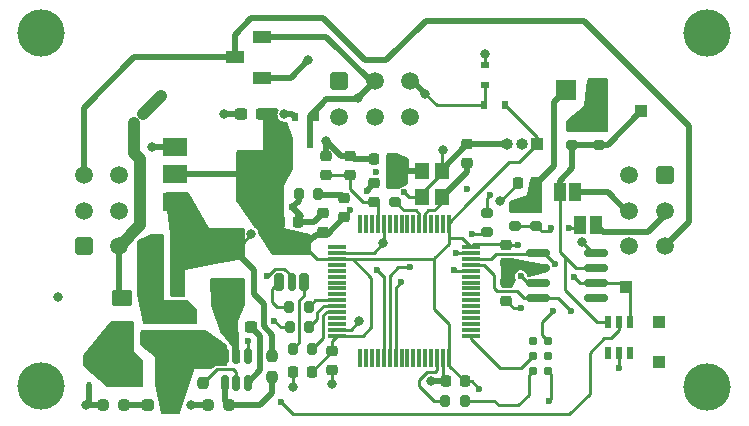
<source format=gtl>
%TF.GenerationSoftware,KiCad,Pcbnew,(6.0.0)*%
%TF.CreationDate,2022-12-31T23:54:09-06:00*%
%TF.ProjectId,WheelspeedController,57686565-6c73-4706-9565-64436f6e7472,rev?*%
%TF.SameCoordinates,Original*%
%TF.FileFunction,Copper,L1,Top*%
%TF.FilePolarity,Positive*%
%FSLAX46Y46*%
G04 Gerber Fmt 4.6, Leading zero omitted, Abs format (unit mm)*
G04 Created by KiCad (PCBNEW (6.0.0)) date 2022-12-31 23:54:09*
%MOMM*%
%LPD*%
G01*
G04 APERTURE LIST*
G04 Aperture macros list*
%AMRoundRect*
0 Rectangle with rounded corners*
0 $1 Rounding radius*
0 $2 $3 $4 $5 $6 $7 $8 $9 X,Y pos of 4 corners*
0 Add a 4 corners polygon primitive as box body*
4,1,4,$2,$3,$4,$5,$6,$7,$8,$9,$2,$3,0*
0 Add four circle primitives for the rounded corners*
1,1,$1+$1,$2,$3*
1,1,$1+$1,$4,$5*
1,1,$1+$1,$6,$7*
1,1,$1+$1,$8,$9*
0 Add four rect primitives between the rounded corners*
20,1,$1+$1,$2,$3,$4,$5,0*
20,1,$1+$1,$4,$5,$6,$7,0*
20,1,$1+$1,$6,$7,$8,$9,0*
20,1,$1+$1,$8,$9,$2,$3,0*%
G04 Aperture macros list end*
%TA.AperFunction,ComponentPad*%
%ADD10C,1.500000*%
%TD*%
%TA.AperFunction,ComponentPad*%
%ADD11RoundRect,0.250001X-0.499999X-0.499999X0.499999X-0.499999X0.499999X0.499999X-0.499999X0.499999X0*%
%TD*%
%TA.AperFunction,SMDPad,CuDef*%
%ADD12R,2.000000X1.500000*%
%TD*%
%TA.AperFunction,SMDPad,CuDef*%
%ADD13R,2.000000X3.800000*%
%TD*%
%TA.AperFunction,ComponentPad*%
%ADD14R,1.000000X1.000000*%
%TD*%
%TA.AperFunction,SMDPad,CuDef*%
%ADD15RoundRect,0.237500X-0.300000X-0.237500X0.300000X-0.237500X0.300000X0.237500X-0.300000X0.237500X0*%
%TD*%
%TA.AperFunction,SMDPad,CuDef*%
%ADD16RoundRect,0.200000X-0.275000X0.200000X-0.275000X-0.200000X0.275000X-0.200000X0.275000X0.200000X0*%
%TD*%
%TA.AperFunction,ComponentPad*%
%ADD17R,1.700000X1.700000*%
%TD*%
%TA.AperFunction,ComponentPad*%
%ADD18O,1.700000X1.700000*%
%TD*%
%TA.AperFunction,SMDPad,CuDef*%
%ADD19RoundRect,0.237500X-0.250000X-0.237500X0.250000X-0.237500X0.250000X0.237500X-0.250000X0.237500X0*%
%TD*%
%TA.AperFunction,ComponentPad*%
%ADD20C,4.000000*%
%TD*%
%TA.AperFunction,SMDPad,CuDef*%
%ADD21RoundRect,0.237500X0.237500X-0.300000X0.237500X0.300000X-0.237500X0.300000X-0.237500X-0.300000X0*%
%TD*%
%TA.AperFunction,SMDPad,CuDef*%
%ADD22RoundRect,0.225000X-0.250000X0.225000X-0.250000X-0.225000X0.250000X-0.225000X0.250000X0.225000X0*%
%TD*%
%TA.AperFunction,SMDPad,CuDef*%
%ADD23RoundRect,0.237500X0.237500X-0.250000X0.237500X0.250000X-0.237500X0.250000X-0.237500X-0.250000X0*%
%TD*%
%TA.AperFunction,SMDPad,CuDef*%
%ADD24RoundRect,0.200000X-0.200000X-0.275000X0.200000X-0.275000X0.200000X0.275000X-0.200000X0.275000X0*%
%TD*%
%TA.AperFunction,SMDPad,CuDef*%
%ADD25RoundRect,0.237500X-0.287500X-0.237500X0.287500X-0.237500X0.287500X0.237500X-0.287500X0.237500X0*%
%TD*%
%TA.AperFunction,SMDPad,CuDef*%
%ADD26R,2.500000X1.900000*%
%TD*%
%TA.AperFunction,SMDPad,CuDef*%
%ADD27RoundRect,0.250001X0.624999X-0.462499X0.624999X0.462499X-0.624999X0.462499X-0.624999X-0.462499X0*%
%TD*%
%TA.AperFunction,SMDPad,CuDef*%
%ADD28RoundRect,0.200000X0.275000X-0.200000X0.275000X0.200000X-0.275000X0.200000X-0.275000X-0.200000X0*%
%TD*%
%TA.AperFunction,SMDPad,CuDef*%
%ADD29RoundRect,0.200000X0.200000X0.275000X-0.200000X0.275000X-0.200000X-0.275000X0.200000X-0.275000X0*%
%TD*%
%TA.AperFunction,SMDPad,CuDef*%
%ADD30R,1.000000X1.500000*%
%TD*%
%TA.AperFunction,SMDPad,CuDef*%
%ADD31RoundRect,0.237500X0.250000X0.237500X-0.250000X0.237500X-0.250000X-0.237500X0.250000X-0.237500X0*%
%TD*%
%TA.AperFunction,SMDPad,CuDef*%
%ADD32RoundRect,0.237500X-0.237500X0.250000X-0.237500X-0.250000X0.237500X-0.250000X0.237500X0.250000X0*%
%TD*%
%TA.AperFunction,SMDPad,CuDef*%
%ADD33RoundRect,0.225000X0.250000X-0.225000X0.250000X0.225000X-0.250000X0.225000X-0.250000X-0.225000X0*%
%TD*%
%TA.AperFunction,SMDPad,CuDef*%
%ADD34R,0.600000X0.800000*%
%TD*%
%TA.AperFunction,SMDPad,CuDef*%
%ADD35R,0.550000X1.050000*%
%TD*%
%TA.AperFunction,SMDPad,CuDef*%
%ADD36RoundRect,0.150000X-0.150000X0.512500X-0.150000X-0.512500X0.150000X-0.512500X0.150000X0.512500X0*%
%TD*%
%TA.AperFunction,SMDPad,CuDef*%
%ADD37RoundRect,0.160000X-0.240000X0.565000X-0.240000X-0.565000X0.240000X-0.565000X0.240000X0.565000X0*%
%TD*%
%TA.AperFunction,SMDPad,CuDef*%
%ADD38RoundRect,0.120000X-0.180000X0.605000X-0.180000X-0.605000X0.180000X-0.605000X0.180000X0.605000X0*%
%TD*%
%TA.AperFunction,SMDPad,CuDef*%
%ADD39RoundRect,0.237500X0.300000X0.237500X-0.300000X0.237500X-0.300000X-0.237500X0.300000X-0.237500X0*%
%TD*%
%TA.AperFunction,SMDPad,CuDef*%
%ADD40RoundRect,0.225000X-0.225000X-0.250000X0.225000X-0.250000X0.225000X0.250000X-0.225000X0.250000X0*%
%TD*%
%TA.AperFunction,ComponentPad*%
%ADD41O,1.000000X1.000000*%
%TD*%
%TA.AperFunction,ComponentPad*%
%ADD42RoundRect,0.250001X0.499999X-0.499999X0.499999X0.499999X-0.499999X0.499999X-0.499999X-0.499999X0*%
%TD*%
%TA.AperFunction,ComponentPad*%
%ADD43RoundRect,0.250001X-0.499999X0.499999X-0.499999X-0.499999X0.499999X-0.499999X0.499999X0.499999X0*%
%TD*%
%TA.AperFunction,SMDPad,CuDef*%
%ADD44RoundRect,0.218750X-0.256250X0.218750X-0.256250X-0.218750X0.256250X-0.218750X0.256250X0.218750X0*%
%TD*%
%TA.AperFunction,SMDPad,CuDef*%
%ADD45RoundRect,0.075000X-0.075000X0.700000X-0.075000X-0.700000X0.075000X-0.700000X0.075000X0.700000X0*%
%TD*%
%TA.AperFunction,SMDPad,CuDef*%
%ADD46RoundRect,0.075000X-0.700000X0.075000X-0.700000X-0.075000X0.700000X-0.075000X0.700000X0.075000X0*%
%TD*%
%TA.AperFunction,SMDPad,CuDef*%
%ADD47R,1.200000X1.400000*%
%TD*%
%TA.AperFunction,SMDPad,CuDef*%
%ADD48RoundRect,0.225000X0.225000X0.250000X-0.225000X0.250000X-0.225000X-0.250000X0.225000X-0.250000X0*%
%TD*%
%TA.AperFunction,SMDPad,CuDef*%
%ADD49RoundRect,0.150000X-0.825000X-0.150000X0.825000X-0.150000X0.825000X0.150000X-0.825000X0.150000X0*%
%TD*%
%TA.AperFunction,SMDPad,CuDef*%
%ADD50R,1.600000X1.000000*%
%TD*%
%TA.AperFunction,SMDPad,CuDef*%
%ADD51R,0.800000X0.600000*%
%TD*%
%TA.AperFunction,SMDPad,CuDef*%
%ADD52R,2.500000X1.800000*%
%TD*%
%TA.AperFunction,SMDPad,CuDef*%
%ADD53R,0.450000X0.600000*%
%TD*%
%TA.AperFunction,ConnectorPad*%
%ADD54C,0.787400*%
%TD*%
%TA.AperFunction,ViaPad*%
%ADD55C,0.800000*%
%TD*%
%TA.AperFunction,ViaPad*%
%ADD56C,0.600000*%
%TD*%
%TA.AperFunction,Conductor*%
%ADD57C,0.500000*%
%TD*%
%TA.AperFunction,Conductor*%
%ADD58C,1.000000*%
%TD*%
%TA.AperFunction,Conductor*%
%ADD59C,0.250000*%
%TD*%
G04 APERTURE END LIST*
D10*
%TO.P,J2,6,Pin_6*%
%TO.N,/Extra1*%
X93180000Y-79710000D03*
%TO.P,J2,5,Pin_5*%
%TO.N,+5V*%
X90180000Y-79710000D03*
%TO.P,J2,4,Pin_4*%
%TO.N,+24V*%
X87180000Y-79710000D03*
%TO.P,J2,3,Pin_3*%
%TO.N,/WheelIn1*%
X93180000Y-76710000D03*
%TO.P,J2,2,Pin_2*%
%TO.N,/WheelIn2*%
X90180000Y-76710000D03*
D11*
%TO.P,J2,1,Pin_1*%
%TO.N,GND*%
X87180000Y-76710000D03*
%TD*%
D12*
%TO.P,U2,1,GND*%
%TO.N,GND*%
X73304000Y-82282000D03*
%TO.P,U2,2,VO*%
%TO.N,+3V3*%
X73304000Y-84582000D03*
D13*
X79604000Y-84582000D03*
D12*
%TO.P,U2,3,VI*%
%TO.N,+5V*%
X73304000Y-86882000D03*
%TD*%
D14*
%TO.P,TP11,1,1*%
%TO.N,Net-(D9-Pad4)*%
X111506000Y-94132400D03*
%TD*%
D15*
%TO.P,C4,1*%
%TO.N,/VRM/BUCK/SW*%
X78031000Y-97536000D03*
%TO.P,C4,2*%
%TO.N,/VRM/BUCK/VBST*%
X79756000Y-97536000D03*
%TD*%
D16*
%TO.P,R22,1*%
%TO.N,Net-(R22-Pad1)*%
X99669600Y-87821000D03*
%TO.P,R22,2*%
%TO.N,/MCU/BOOT0*%
X99669600Y-89471000D03*
%TD*%
D17*
%TO.P,J4,1,Pin_1*%
%TO.N,Net-(C19-Pad2)*%
X106421000Y-77470000D03*
D18*
%TO.P,J4,2,Pin_2*%
%TO.N,Net-(J4-Pad2)*%
X108961000Y-77470000D03*
%TD*%
D19*
%TO.P,R4,1*%
%TO.N,GND*%
X67159500Y-104140000D03*
%TO.P,R4,2*%
%TO.N,Net-(D7-Pad1)*%
X68984500Y-104140000D03*
%TD*%
D20*
%TO.P,TP4,1,1*%
%TO.N,GND*%
X61976000Y-102463600D03*
%TD*%
D21*
%TO.P,C1,1*%
%TO.N,/VRM/BUCK/V_in*%
X74676000Y-98398500D03*
%TO.P,C1,2*%
%TO.N,GND*%
X74676000Y-96673500D03*
%TD*%
D22*
%TO.P,C12,1*%
%TO.N,+3V3*%
X86614000Y-99555000D03*
%TO.P,C12,2*%
%TO.N,GND*%
X86614000Y-101105000D03*
%TD*%
D23*
%TO.P,R3,1*%
%TO.N,/VRM/BUCK/VFB*%
X81534000Y-101750500D03*
%TO.P,R3,2*%
%TO.N,+5V*%
X81534000Y-99925500D03*
%TD*%
D24*
%TO.P,R11,1*%
%TO.N,Net-(D10-Pad5)*%
X82995000Y-97536000D03*
%TO.P,R11,2*%
%TO.N,/MCU/LED_G*%
X84645000Y-97536000D03*
%TD*%
D25*
%TO.P,D7,1,K*%
%TO.N,Net-(D7-Pad1)*%
X71007000Y-104140000D03*
%TO.P,D7,2,A*%
%TO.N,/VRM/BUCK/V_in*%
X72757000Y-104140000D03*
%TD*%
D26*
%TO.P,L1,1,1*%
%TO.N,/VRM/BUCK/SW*%
X77724000Y-94506000D03*
%TO.P,L1,2,2*%
%TO.N,+5V*%
X77724000Y-90406000D03*
%TD*%
D27*
%TO.P,F1,1*%
%TO.N,/VRM/DIODE*%
X68834000Y-98007500D03*
%TO.P,F1,2*%
%TO.N,+24V*%
X68834000Y-95032500D03*
%TD*%
D24*
%TO.P,R10,1*%
%TO.N,Net-(D10-Pad6)*%
X83249000Y-99364800D03*
%TO.P,R10,2*%
%TO.N,/MCU/LED_B*%
X84899000Y-99364800D03*
%TD*%
D20*
%TO.P,TP1,1,1*%
%TO.N,GND*%
X61976000Y-72644000D03*
%TD*%
%TO.P,TP2,1,1*%
%TO.N,GND*%
X118364000Y-102616000D03*
%TD*%
D21*
%TO.P,C3,1*%
%TO.N,/VRM/BUCK/V_in*%
X72898000Y-98298000D03*
%TO.P,C3,2*%
%TO.N,GND*%
X72898000Y-96573000D03*
%TD*%
D28*
%TO.P,R19,1*%
%TO.N,Net-(D9-Pad6)*%
X106934000Y-82105000D03*
%TO.P,R19,2*%
%TO.N,Net-(J4-Pad2)*%
X106934000Y-80455000D03*
%TD*%
%TO.P,R17,1*%
%TO.N,Net-(D9-Pad6)*%
X109220000Y-82105000D03*
%TO.P,R17,2*%
%TO.N,Net-(J4-Pad2)*%
X109220000Y-80455000D03*
%TD*%
D14*
%TO.P,TP9,1,1*%
%TO.N,Net-(D9-Pad6)*%
X112776000Y-79248000D03*
%TD*%
D21*
%TO.P,C2,1*%
%TO.N,/VRM/BUCK/V_in*%
X71120000Y-98398500D03*
%TO.P,C2,2*%
%TO.N,GND*%
X71120000Y-96673500D03*
%TD*%
D14*
%TO.P,TP5,1,1*%
%TO.N,/MCU/CAN1_TX*%
X114249200Y-97078800D03*
%TD*%
D29*
%TO.P,R23,1*%
%TO.N,Net-(J6-Pad2)*%
X97802200Y-103784400D03*
%TO.P,R23,2*%
%TO.N,/MCU/SWDIO*%
X96152200Y-103784400D03*
%TD*%
D24*
%TO.P,R12,1*%
%TO.N,Net-(D10-Pad4)*%
X82944200Y-95808800D03*
%TO.P,R12,2*%
%TO.N,/MCU/LED_R*%
X84594200Y-95808800D03*
%TD*%
D30*
%TO.P,JP1,1,A*%
%TO.N,Net-(D9-Pad6)*%
X105888000Y-86106000D03*
%TO.P,JP1,2,B*%
%TO.N,/CAN+*%
X107188000Y-86106000D03*
%TD*%
D31*
%TO.P,R2,1*%
%TO.N,/VRM/BUCK/VFB*%
X77874500Y-104140000D03*
%TO.P,R2,2*%
%TO.N,GND*%
X76049500Y-104140000D03*
%TD*%
D32*
%TO.P,R1,1*%
%TO.N,/VRM/BUCK/V_in*%
X75692000Y-100433500D03*
%TO.P,R1,2*%
%TO.N,/VRM/BUCK/EN*%
X75692000Y-102258500D03*
%TD*%
D33*
%TO.P,C16,1*%
%TO.N,+3.3VA*%
X88138000Y-84595000D03*
%TO.P,C16,2*%
%TO.N,GND*%
X88138000Y-83045000D03*
%TD*%
D30*
%TO.P,JP2,1,A*%
%TO.N,Net-(D9-Pad4)*%
X107604800Y-88849200D03*
%TO.P,JP2,2,B*%
%TO.N,/CAN-*%
X108904800Y-88849200D03*
%TD*%
D34*
%TO.P,D3,1*%
%TO.N,+3V3*%
X101180000Y-78740000D03*
%TO.P,D3,2*%
%TO.N,/WheelIn1*%
X99480000Y-78740000D03*
%TD*%
D35*
%TO.P,D9,1,I/O1*%
%TO.N,Net-(D9-Pad1)*%
X109946400Y-99699600D03*
%TO.P,D9,2,VSS*%
%TO.N,GND*%
X110896400Y-99699600D03*
%TO.P,D9,3,I/O2*%
%TO.N,Net-(D9-Pad3)*%
X111846400Y-99699600D03*
%TO.P,D9,4,I/O3*%
%TO.N,Net-(D9-Pad4)*%
X111846400Y-97099600D03*
%TO.P,D9,5,VCC*%
%TO.N,+5V*%
X110896400Y-97099600D03*
%TO.P,D9,6,I/O4*%
%TO.N,Net-(D9-Pad6)*%
X109946400Y-97099600D03*
%TD*%
D16*
%TO.P,R13,1*%
%TO.N,Net-(C19-Pad2)*%
X102108000Y-87313000D03*
%TO.P,R13,2*%
%TO.N,Net-(D9-Pad4)*%
X102108000Y-88963000D03*
%TD*%
D36*
%TO.P,U1,1,GND*%
%TO.N,GND*%
X79436000Y-99954500D03*
%TO.P,U1,2,SW*%
%TO.N,/VRM/BUCK/SW*%
X78486000Y-99954500D03*
%TO.P,U1,3,VIN*%
%TO.N,/VRM/BUCK/V_in*%
X77536000Y-99954500D03*
%TO.P,U1,4,VFB*%
%TO.N,/VRM/BUCK/VFB*%
X77536000Y-102229500D03*
%TO.P,U1,5,EN*%
%TO.N,/VRM/BUCK/EN*%
X78486000Y-102229500D03*
%TO.P,U1,6,VBST*%
%TO.N,/VRM/BUCK/VBST*%
X79436000Y-102229500D03*
%TD*%
D37*
%TO.P,D10,1,BA*%
%TO.N,+3V3*%
X84225000Y-90682000D03*
D38*
%TO.P,D10,2,RA*%
X83175000Y-90682000D03*
D37*
%TO.P,D10,3,GA*%
X82125000Y-90682000D03*
%TO.P,D10,4,GK*%
%TO.N,Net-(D10-Pad4)*%
X82125000Y-93732000D03*
D38*
%TO.P,D10,5,RK*%
%TO.N,Net-(D10-Pad5)*%
X83175000Y-93732000D03*
D37*
%TO.P,D10,6,BK*%
%TO.N,Net-(D10-Pad6)*%
X84225000Y-93732000D03*
%TD*%
D28*
%TO.P,R21,1*%
%TO.N,/MCU/HSE_out*%
X91948000Y-86936000D03*
%TO.P,R21,2*%
%TO.N,Net-(C22-Pad1)*%
X91948000Y-85286000D03*
%TD*%
D39*
%TO.P,C5,1*%
%TO.N,+5V*%
X73506500Y-92456000D03*
%TO.P,C5,2*%
%TO.N,GND*%
X71781500Y-92456000D03*
%TD*%
D40*
%TO.P,C11,1*%
%TO.N,+3V3*%
X82146000Y-88651000D03*
%TO.P,C11,2*%
%TO.N,GND*%
X83696000Y-88651000D03*
%TD*%
%TO.P,C19,1*%
%TO.N,GND*%
X102349000Y-85344000D03*
%TO.P,C19,2*%
%TO.N,Net-(C19-Pad2)*%
X103899000Y-85344000D03*
%TD*%
D14*
%TO.P,SW2,1,A*%
%TO.N,+3V3*%
X103891000Y-82042000D03*
D41*
%TO.P,SW2,2,B*%
%TO.N,Net-(R22-Pad1)*%
X102621000Y-82042000D03*
%TO.P,SW2,3,C*%
%TO.N,GND*%
X101351000Y-82042000D03*
%TD*%
D39*
%TO.P,C8,1*%
%TO.N,+3V3*%
X80618500Y-79502000D03*
%TO.P,C8,2*%
%TO.N,GND*%
X78893500Y-79502000D03*
%TD*%
D10*
%TO.P,J1,6,Pin_6*%
%TO.N,/SHIELD*%
X68577000Y-84654000D03*
%TO.P,J1,5,Pin_5*%
%TO.N,/CAN+*%
X68577000Y-87654000D03*
%TO.P,J1,4,Pin_4*%
%TO.N,+24V*%
X68577000Y-90654000D03*
%TO.P,J1,3,Pin_3*%
%TO.N,/PassThru*%
X65577000Y-84654000D03*
%TO.P,J1,2,Pin_2*%
%TO.N,/CAN-*%
X65577000Y-87654000D03*
D42*
%TO.P,J1,1,Pin_1*%
%TO.N,GND*%
X65577000Y-90654000D03*
%TD*%
D14*
%TO.P,TP7,1,1*%
%TO.N,/MCU/CAN1_RX*%
X114249200Y-100507800D03*
%TD*%
D33*
%TO.P,C15,1*%
%TO.N,+3.3VA*%
X86106000Y-84595000D03*
%TO.P,C15,2*%
%TO.N,GND*%
X86106000Y-83045000D03*
%TD*%
D10*
%TO.P,J3,6,Pin_6*%
%TO.N,/SHIELD*%
X111763000Y-90664000D03*
%TO.P,J3,5,Pin_5*%
%TO.N,/CAN+*%
X111763000Y-87664000D03*
%TO.P,J3,4,Pin_4*%
%TO.N,+24V*%
X111763000Y-84664000D03*
%TO.P,J3,3,Pin_3*%
%TO.N,/PassThru*%
X114763000Y-90664000D03*
%TO.P,J3,2,Pin_2*%
%TO.N,/CAN-*%
X114763000Y-87664000D03*
D43*
%TO.P,J3,1,Pin_1*%
%TO.N,GND*%
X114763000Y-84664000D03*
%TD*%
D44*
%TO.P,L2,1*%
%TO.N,+3V3*%
X90170000Y-85323500D03*
%TO.P,L2,2*%
%TO.N,+3.3VA*%
X90170000Y-86898500D03*
%TD*%
D33*
%TO.P,C17,1*%
%TO.N,+3V3*%
X101346000Y-95263000D03*
%TO.P,C17,2*%
%TO.N,GND*%
X101346000Y-93713000D03*
%TD*%
D22*
%TO.P,C9,1*%
%TO.N,+3V3*%
X101346000Y-90563400D03*
%TO.P,C9,2*%
%TO.N,GND*%
X101346000Y-92113400D03*
%TD*%
D29*
%TO.P,R9,1*%
%TO.N,Net-(D8-Pad1)*%
X85407000Y-86233000D03*
%TO.P,R9,2*%
%TO.N,GND*%
X83757000Y-86233000D03*
%TD*%
D33*
%TO.P,C10,1*%
%TO.N,+3V3*%
X85852000Y-89421000D03*
%TO.P,C10,2*%
%TO.N,GND*%
X85852000Y-87871000D03*
%TD*%
%TO.P,C21,1*%
%TO.N,/MCU/HSE_in*%
X98044000Y-83579000D03*
%TO.P,C21,2*%
%TO.N,GND*%
X98044000Y-82029000D03*
%TD*%
D20*
%TO.P,TP3,1,1*%
%TO.N,GND*%
X118364000Y-72644000D03*
%TD*%
D16*
%TO.P,R15,1*%
%TO.N,Net-(C19-Pad2)*%
X103886000Y-87313000D03*
%TO.P,R15,2*%
%TO.N,Net-(D9-Pad4)*%
X103886000Y-88963000D03*
%TD*%
D45*
%TO.P,U3,1,VBAT*%
%TO.N,+3V3*%
X96460000Y-88818000D03*
%TO.P,U3,2,PC13*%
%TO.N,/MCU/PC13*%
X95960000Y-88818000D03*
%TO.P,U3,3,PC14*%
%TO.N,/MCU/PC14*%
X95460000Y-88818000D03*
%TO.P,U3,4,PC15*%
%TO.N,/MCU/PC15*%
X94960000Y-88818000D03*
%TO.P,U3,5,PD0*%
%TO.N,/MCU/HSE_in*%
X94460000Y-88818000D03*
%TO.P,U3,6,PD1*%
%TO.N,/MCU/HSE_out*%
X93960000Y-88818000D03*
%TO.P,U3,7,NRST*%
%TO.N,unconnected-(U3-Pad7)*%
X93460000Y-88818000D03*
%TO.P,U3,8,PC0*%
%TO.N,/MCU/PC0*%
X92960000Y-88818000D03*
%TO.P,U3,9,PC1*%
%TO.N,/MCU/PC1*%
X92460000Y-88818000D03*
%TO.P,U3,10,PC2*%
%TO.N,/MCU/PC2*%
X91960000Y-88818000D03*
%TO.P,U3,11,PC3*%
%TO.N,/MCU/PC3*%
X91460000Y-88818000D03*
%TO.P,U3,12,VSSA*%
%TO.N,GND*%
X90960000Y-88818000D03*
%TO.P,U3,13,VDDA*%
%TO.N,+3.3VA*%
X90460000Y-88818000D03*
%TO.P,U3,14,PA0*%
%TO.N,/MCU/PB0*%
X89960000Y-88818000D03*
%TO.P,U3,15,PA1*%
%TO.N,/MCU/PB1*%
X89460000Y-88818000D03*
%TO.P,U3,16,PA2*%
%TO.N,/MCU/PB2*%
X88960000Y-88818000D03*
D46*
%TO.P,U3,17,PA3*%
%TO.N,/MCU/PA3*%
X87035000Y-90743000D03*
%TO.P,U3,18,VSS*%
%TO.N,GND*%
X87035000Y-91243000D03*
%TO.P,U3,19,VDD*%
%TO.N,+3V3*%
X87035000Y-91743000D03*
%TO.P,U3,20,PA4*%
%TO.N,/MCU/PA4*%
X87035000Y-92243000D03*
%TO.P,U3,21,PA5*%
%TO.N,/MCU/SPI1_SCK*%
X87035000Y-92743000D03*
%TO.P,U3,22,PA6*%
%TO.N,/MCU/SPI1_MISO*%
X87035000Y-93243000D03*
%TO.P,U3,23,PA7*%
%TO.N,/MCU/SPI1_MOSI*%
X87035000Y-93743000D03*
%TO.P,U3,24,PC4*%
%TO.N,/MCU/PC4*%
X87035000Y-94243000D03*
%TO.P,U3,25,PC5*%
%TO.N,/MCU/PC5*%
X87035000Y-94743000D03*
%TO.P,U3,26,PB0*%
%TO.N,/MCU/LED_R*%
X87035000Y-95243000D03*
%TO.P,U3,27,PB1*%
%TO.N,/MCU/LED_G*%
X87035000Y-95743000D03*
%TO.P,U3,28,PB2*%
%TO.N,/MCU/LED_B*%
X87035000Y-96243000D03*
%TO.P,U3,29,PB10*%
%TO.N,/MCU/I2C2_SCL*%
X87035000Y-96743000D03*
%TO.P,U3,30,PB11*%
%TO.N,/MCU/I2C2_SDA*%
X87035000Y-97243000D03*
%TO.P,U3,31,VSS*%
%TO.N,GND*%
X87035000Y-97743000D03*
%TO.P,U3,32,VDD*%
%TO.N,+3V3*%
X87035000Y-98243000D03*
D45*
%TO.P,U3,33,PB12*%
%TO.N,/MCU/CAN2_RX*%
X88960000Y-100168000D03*
%TO.P,U3,34,PB13*%
%TO.N,/MCU/CAN2_TX*%
X89460000Y-100168000D03*
%TO.P,U3,35,PB14*%
%TO.N,/MCU/PB14*%
X89960000Y-100168000D03*
%TO.P,U3,36,PB15*%
%TO.N,/MCU/PB15*%
X90460000Y-100168000D03*
%TO.P,U3,37,PC6*%
%TO.N,/WheelIn2*%
X90960000Y-100168000D03*
%TO.P,U3,38,PC7*%
%TO.N,/WheelIn1*%
X91460000Y-100168000D03*
%TO.P,U3,39,PC8*%
%TO.N,/Extra1*%
X91960000Y-100168000D03*
%TO.P,U3,40,PC9*%
%TO.N,/MCU/PC9*%
X92460000Y-100168000D03*
%TO.P,U3,41,PA8*%
%TO.N,/MCU/PA8*%
X92960000Y-100168000D03*
%TO.P,U3,42,PA9*%
%TO.N,/MCU/PA9*%
X93460000Y-100168000D03*
%TO.P,U3,43,PA10*%
%TO.N,/MCU/PA10*%
X93960000Y-100168000D03*
%TO.P,U3,44,PA11*%
%TO.N,/MCU/USB_D-*%
X94460000Y-100168000D03*
%TO.P,U3,45,PA12*%
%TO.N,/MCU/USB_D+*%
X94960000Y-100168000D03*
%TO.P,U3,46,PA13*%
%TO.N,/MCU/SWDIO*%
X95460000Y-100168000D03*
%TO.P,U3,47,VSS*%
%TO.N,GND*%
X95960000Y-100168000D03*
%TO.P,U3,48,VDD*%
%TO.N,+3V3*%
X96460000Y-100168000D03*
D46*
%TO.P,U3,49,PA14*%
%TO.N,/MCU/SWCLK*%
X98385000Y-98243000D03*
%TO.P,U3,50,PA15*%
%TO.N,/MCU/PA14*%
X98385000Y-97743000D03*
%TO.P,U3,51,PC10*%
%TO.N,/MCU/SPI3_SCK*%
X98385000Y-97243000D03*
%TO.P,U3,52,PC11*%
%TO.N,/MCU/SPI3_MISO*%
X98385000Y-96743000D03*
%TO.P,U3,53,PC12*%
%TO.N,/MCU/SPI3_MOSI*%
X98385000Y-96243000D03*
%TO.P,U3,54,PD2*%
%TO.N,/MCU/PD2*%
X98385000Y-95743000D03*
%TO.P,U3,55,PB3*%
%TO.N,/MCU/PB3*%
X98385000Y-95243000D03*
%TO.P,U3,56,PB4*%
%TO.N,/MCU/PB4*%
X98385000Y-94743000D03*
%TO.P,U3,57,PB5*%
%TO.N,/MCU/PB5*%
X98385000Y-94243000D03*
%TO.P,U3,58,PB6*%
%TO.N,/MCU/I2C1_SCL*%
X98385000Y-93743000D03*
%TO.P,U3,59,PB7*%
%TO.N,/MCU/I2C1_SDA*%
X98385000Y-93243000D03*
%TO.P,U3,60,BOOT0*%
%TO.N,/MCU/BOOT0*%
X98385000Y-92743000D03*
%TO.P,U3,61,PB8*%
%TO.N,/MCU/CAN1_RX*%
X98385000Y-92243000D03*
%TO.P,U3,62,PB9*%
%TO.N,/MCU/CAN1_TX*%
X98385000Y-91743000D03*
%TO.P,U3,63,VSS*%
%TO.N,GND*%
X98385000Y-91243000D03*
%TO.P,U3,64,VDD*%
%TO.N,+3V3*%
X98385000Y-90743000D03*
%TD*%
D47*
%TO.P,Y1,1,1*%
%TO.N,/MCU/HSE_in*%
X95896800Y-86499800D03*
%TO.P,Y1,2,2*%
%TO.N,GND*%
X95896800Y-84299800D03*
%TO.P,Y1,3,3*%
%TO.N,Net-(C22-Pad1)*%
X94196800Y-84299800D03*
%TO.P,Y1,4,4*%
%TO.N,GND*%
X94196800Y-86499800D03*
%TD*%
D39*
%TO.P,C6,1*%
%TO.N,+5V*%
X73506500Y-94234000D03*
%TO.P,C6,2*%
%TO.N,GND*%
X71781500Y-94234000D03*
%TD*%
D48*
%TO.P,C22,1*%
%TO.N,Net-(C22-Pad1)*%
X91707000Y-83312000D03*
%TO.P,C22,2*%
%TO.N,GND*%
X90157000Y-83312000D03*
%TD*%
D44*
%TO.P,D8,1,K*%
%TO.N,Net-(D8-Pad1)*%
X87630000Y-86588500D03*
%TO.P,D8,2,A*%
%TO.N,+3V3*%
X87630000Y-88163500D03*
%TD*%
D48*
%TO.P,C13,1*%
%TO.N,+3V3*%
X84849000Y-101346000D03*
%TO.P,C13,2*%
%TO.N,GND*%
X83299000Y-101346000D03*
%TD*%
%TO.P,C14,1*%
%TO.N,+3V3*%
X97803000Y-102113000D03*
%TO.P,C14,2*%
%TO.N,GND*%
X96253000Y-102113000D03*
%TD*%
D34*
%TO.P,D1,1*%
%TO.N,+3V3*%
X82970000Y-82042000D03*
%TO.P,D1,2*%
%TO.N,/WheelIn2*%
X84670000Y-82042000D03*
%TD*%
D49*
%TO.P,U4,1,D*%
%TO.N,/MCU/CAN1_TX*%
X104001800Y-91262200D03*
%TO.P,U4,2,GND*%
%TO.N,GND*%
X104001800Y-92532200D03*
%TO.P,U4,3,VCC*%
%TO.N,+3V3*%
X104001800Y-93802200D03*
%TO.P,U4,4,R*%
%TO.N,/MCU/CAN1_RX*%
X104001800Y-95072200D03*
%TO.P,U4,5,Vref*%
%TO.N,unconnected-(U4-Pad5)*%
X108951800Y-95072200D03*
%TO.P,U4,6,CANL*%
%TO.N,Net-(D9-Pad4)*%
X108951800Y-93802200D03*
%TO.P,U4,7,CANH*%
%TO.N,Net-(D9-Pad6)*%
X108951800Y-92532200D03*
%TO.P,U4,8,Rs*%
%TO.N,GND*%
X108951800Y-91262200D03*
%TD*%
D50*
%TO.P,SW1,1,A*%
%TO.N,/WheelIn1*%
X80652000Y-76426000D03*
%TO.P,SW1,2,B*%
%TO.N,/PassThru*%
X78352000Y-74676000D03*
%TO.P,SW1,3,C*%
%TO.N,/WheelIn2*%
X80652000Y-72926000D03*
%TD*%
D51*
%TO.P,D4,1*%
%TO.N,/WheelIn1*%
X99568000Y-77050000D03*
%TO.P,D4,2*%
%TO.N,GND*%
X99568000Y-75350000D03*
%TD*%
D39*
%TO.P,C7,1*%
%TO.N,+5V*%
X73506500Y-90424000D03*
%TO.P,C7,2*%
%TO.N,GND*%
X71781500Y-90424000D03*
%TD*%
D34*
%TO.P,D2,1*%
%TO.N,/WheelIn2*%
X85178000Y-79756000D03*
%TO.P,D2,2*%
%TO.N,GND*%
X83478000Y-79756000D03*
%TD*%
D52*
%TO.P,D6,1,K*%
%TO.N,/VRM/BUCK/V_in*%
X73120000Y-101346000D03*
%TO.P,D6,2,A*%
%TO.N,/VRM/DIODE*%
X69120000Y-101346000D03*
%TD*%
D53*
%TO.P,D5,1,K*%
%TO.N,/VRM/DIODE*%
X66040000Y-100296000D03*
%TO.P,D5,2,A*%
%TO.N,GND*%
X66040000Y-102396000D03*
%TD*%
D54*
%TO.P,J6,1,Pin_1*%
%TO.N,+3V3*%
X104825800Y-101269800D03*
%TO.P,J6,2,Pin_2*%
%TO.N,Net-(J6-Pad2)*%
X103555800Y-101269800D03*
%TO.P,J6,3,Pin_3*%
%TO.N,unconnected-(J6-Pad3)*%
X104825800Y-99999800D03*
%TO.P,J6,4,Pin_4*%
%TO.N,/MCU/SWCLK*%
X103555800Y-99999800D03*
%TO.P,J6,5,Pin_5*%
%TO.N,GND*%
X104825800Y-98729800D03*
%TO.P,J6,6,Pin_6*%
%TO.N,unconnected-(J6-Pad6)*%
X103555800Y-98729800D03*
%TD*%
D55*
%TO.N,/WheelIn2*%
X88779000Y-78111000D03*
%TO.N,/WheelIn1*%
X94475400Y-77769000D03*
%TO.N,+24V*%
X69850000Y-80264000D03*
X70612000Y-79502000D03*
X71374000Y-78740000D03*
X72136000Y-77978000D03*
%TO.N,GND*%
X82550000Y-79502000D03*
X90932000Y-90424000D03*
X86614000Y-102362000D03*
X71374000Y-82296000D03*
D56*
X70358000Y-94488000D03*
D55*
X83312000Y-102616000D03*
X95961200Y-82499200D03*
D56*
X71120000Y-95504000D03*
D55*
X94996000Y-102108000D03*
D56*
X70358000Y-92456000D03*
D55*
X77470000Y-79502000D03*
X74676000Y-104140000D03*
X100838000Y-86868000D03*
X86106000Y-81788000D03*
D56*
X74168000Y-95504000D03*
X79502000Y-98679000D03*
D55*
X65786000Y-104140000D03*
X99568000Y-74422000D03*
D56*
X83185000Y-87376000D03*
X97078800Y-91236800D03*
X70358000Y-93472000D03*
D55*
X88900000Y-97028000D03*
D56*
X110896400Y-100939600D03*
X101346000Y-92913200D03*
X70358000Y-91440000D03*
D55*
X107746800Y-90322400D03*
D56*
X105257600Y-96113600D03*
X92710000Y-86106000D03*
%TO.N,/WheelIn1*%
X93218000Y-92456000D03*
D55*
X84582000Y-74930000D03*
D56*
X98044000Y-85852000D03*
%TO.N,/WheelIn2*%
X90424000Y-92710000D03*
X90271600Y-84378800D03*
%TO.N,+3V3*%
X102565200Y-95859600D03*
X102362000Y-90576400D03*
X104952800Y-103733600D03*
X99060000Y-102717600D03*
X89535000Y-85979000D03*
X88138000Y-87630000D03*
X102565200Y-93192600D03*
D55*
%TO.N,+5V*%
X79756000Y-89662000D03*
D56*
X81534000Y-98552000D03*
X82296000Y-103886000D03*
%TO.N,Net-(D9-Pad4)*%
X105156000Y-89154000D03*
X106680000Y-89154000D03*
X107035600Y-93268800D03*
%TO.N,/MCU/BOOT0*%
X98450400Y-89662000D03*
X96926400Y-92659200D03*
%TO.N,/MCU/CAN1_TX*%
X105486200Y-92202000D03*
%TO.N,/MCU/CAN1_RX*%
X106807000Y-96164400D03*
%TO.N,Net-(D10-Pad5)*%
X81686400Y-96977200D03*
X81076800Y-93218000D03*
%TO.N,Net-(R22-Pad1)*%
X99949000Y-86334600D03*
%TO.N,/Extra1*%
X92456000Y-93726000D03*
D55*
%TO.N,/SHIELD*%
X63347600Y-94945200D03*
%TD*%
D57*
%TO.N,/PassThru*%
X78352000Y-72778000D02*
X78352000Y-74676000D01*
X79756000Y-71374000D02*
X78352000Y-72778000D01*
X85852000Y-71374000D02*
X79756000Y-71374000D01*
X89408000Y-74930000D02*
X85852000Y-71374000D01*
X91186000Y-74930000D02*
X89408000Y-74930000D01*
X107899200Y-71577200D02*
X94538800Y-71577200D01*
X116840000Y-88587000D02*
X116840000Y-80518000D01*
X114763000Y-90664000D02*
X116840000Y-88587000D01*
X116840000Y-80518000D02*
X107899200Y-71577200D01*
X94538800Y-71577200D02*
X91186000Y-74930000D01*
%TO.N,/WheelIn1*%
X83086000Y-76426000D02*
X80652000Y-76426000D01*
X84582000Y-74930000D02*
X83086000Y-76426000D01*
%TO.N,/WheelIn2*%
X89862000Y-76710000D02*
X86078000Y-72926000D01*
X90180000Y-76710000D02*
X89862000Y-76710000D01*
X86078000Y-72926000D02*
X80652000Y-72926000D01*
%TO.N,/PassThru*%
X69850000Y-74676000D02*
X78352000Y-74676000D01*
X65577000Y-78949000D02*
X69850000Y-74676000D01*
X65577000Y-84654000D02*
X65577000Y-78949000D01*
%TO.N,GND*%
X83224000Y-79502000D02*
X83478000Y-79756000D01*
X82550000Y-79502000D02*
X83224000Y-79502000D01*
%TO.N,/WheelIn2*%
X88779000Y-78111000D02*
X88658000Y-78232000D01*
X85178000Y-79756000D02*
X85178000Y-79160000D01*
X85725000Y-78613000D02*
X84670000Y-79668000D01*
X85178000Y-79160000D02*
X85725000Y-78613000D01*
X86106000Y-78232000D02*
X85725000Y-78613000D01*
X84670000Y-79668000D02*
X84670000Y-82042000D01*
X88658000Y-78232000D02*
X86106000Y-78232000D01*
X90180000Y-76710000D02*
X88779000Y-78111000D01*
%TO.N,GND*%
X78893500Y-79502000D02*
X77470000Y-79502000D01*
%TO.N,+3V3*%
X80618500Y-79502000D02*
X81280000Y-79502000D01*
%TO.N,/WheelIn1*%
X93416400Y-76710000D02*
X94475400Y-77769000D01*
X93180000Y-76710000D02*
X93416400Y-76710000D01*
D58*
%TO.N,+24V*%
X70612000Y-79502000D02*
X71374000Y-78740000D01*
X71374000Y-78740000D02*
X72136000Y-77978000D01*
X69850000Y-82804000D02*
X69850000Y-80264000D01*
X70358000Y-83312000D02*
X69850000Y-82804000D01*
X70358000Y-88900000D02*
X70358000Y-83312000D01*
X68604000Y-90654000D02*
X70358000Y-88900000D01*
X68577000Y-90654000D02*
X68604000Y-90654000D01*
D59*
%TO.N,GND*%
X90113000Y-91243000D02*
X90932000Y-90424000D01*
X95896800Y-84443200D02*
X95896800Y-84299800D01*
X110896400Y-99699600D02*
X110896400Y-100939600D01*
X90960000Y-88818000D02*
X90960000Y-90396000D01*
X108686600Y-91262200D02*
X107746800Y-90322400D01*
D57*
X95896800Y-84176200D02*
X98044000Y-82029000D01*
X83757000Y-86804000D02*
X83185000Y-87376000D01*
D59*
X99568000Y-75350000D02*
X99568000Y-74422000D01*
D57*
X83696000Y-88651000D02*
X85072000Y-88651000D01*
D59*
X94196800Y-86143200D02*
X95896800Y-84443200D01*
X95960000Y-100168000D02*
X95960000Y-101820000D01*
X97085000Y-91243000D02*
X97078800Y-91236800D01*
D57*
X101338000Y-82029000D02*
X101351000Y-82042000D01*
D59*
X88185000Y-97743000D02*
X88900000Y-97028000D01*
D57*
X88405000Y-83312000D02*
X88138000Y-83045000D01*
D59*
X87035000Y-91243000D02*
X90113000Y-91243000D01*
X95896800Y-84299800D02*
X95896800Y-82563600D01*
D57*
X90157000Y-83312000D02*
X88405000Y-83312000D01*
X95896800Y-84299800D02*
X95896800Y-84176200D01*
D59*
X94196800Y-86499800D02*
X94196800Y-86143200D01*
X87035000Y-97743000D02*
X87931000Y-97743000D01*
D57*
X71388000Y-82282000D02*
X71374000Y-82296000D01*
D59*
X83299000Y-101346000D02*
X83299000Y-102603000D01*
X102349000Y-85344000D02*
X102349000Y-85357000D01*
D57*
X83757000Y-86233000D02*
X83757000Y-86804000D01*
X66040000Y-103886000D02*
X65786000Y-104140000D01*
X95001000Y-102113000D02*
X94996000Y-102108000D01*
X74676000Y-104140000D02*
X76049500Y-104140000D01*
D59*
X94196800Y-86499800D02*
X93103800Y-86499800D01*
X101396800Y-92113400D02*
X101396800Y-92862400D01*
D57*
X83696000Y-87887000D02*
X83185000Y-87376000D01*
D59*
X90960000Y-90396000D02*
X90932000Y-90424000D01*
X101396800Y-92862400D02*
X101346000Y-92913200D01*
D57*
X98044000Y-82029000D02*
X101338000Y-82029000D01*
D59*
X86614000Y-102362000D02*
X86614000Y-101105000D01*
D57*
X83185000Y-87376000D02*
X83934000Y-88125000D01*
X88138000Y-83045000D02*
X87363000Y-83045000D01*
D59*
X101396800Y-93713000D02*
X101396800Y-92964000D01*
D57*
X85072000Y-88651000D02*
X85852000Y-87871000D01*
D59*
X79436000Y-98745000D02*
X79502000Y-98679000D01*
X93103800Y-86499800D02*
X92710000Y-86106000D01*
D57*
X86106000Y-83045000D02*
X86106000Y-81788000D01*
X67159500Y-104140000D02*
X65786000Y-104140000D01*
D59*
X95960000Y-101820000D02*
X96253000Y-102113000D01*
X104317800Y-97053400D02*
X105257600Y-96113600D01*
X98385000Y-91243000D02*
X97085000Y-91243000D01*
X108951800Y-91262200D02*
X108686600Y-91262200D01*
X102349000Y-85357000D02*
X100838000Y-86868000D01*
X79436000Y-99954500D02*
X79436000Y-98745000D01*
D57*
X66040000Y-102396000D02*
X66040000Y-103886000D01*
D59*
X95896800Y-82563600D02*
X95961200Y-82499200D01*
D57*
X73304000Y-82282000D02*
X71388000Y-82282000D01*
D59*
X104317800Y-98221800D02*
X104317800Y-97053400D01*
X83299000Y-102603000D02*
X83312000Y-102616000D01*
X104825800Y-98729800D02*
X104317800Y-98221800D01*
D57*
X96253000Y-102113000D02*
X95001000Y-102113000D01*
D59*
X101396800Y-92964000D02*
X101346000Y-92913200D01*
D57*
X83696000Y-88651000D02*
X83696000Y-87887000D01*
D59*
X87931000Y-97743000D02*
X88185000Y-97743000D01*
D57*
X87363000Y-83045000D02*
X86106000Y-81788000D01*
%TO.N,/CAN+*%
X109951000Y-86106000D02*
X111763000Y-87918000D01*
X107188000Y-86106000D02*
X109951000Y-86106000D01*
%TO.N,/CAN-*%
X114763000Y-88030600D02*
X113334800Y-89458800D01*
X114763000Y-87918000D02*
X114763000Y-88030600D01*
X109514400Y-89458800D02*
X108904800Y-88849200D01*
X113334800Y-89458800D02*
X109514400Y-89458800D01*
D59*
%TO.N,/WheelIn1*%
X92202000Y-92456000D02*
X93218000Y-92456000D01*
X95446400Y-78740000D02*
X94475400Y-77769000D01*
X91460000Y-93198000D02*
X92202000Y-92456000D01*
X91460000Y-94468000D02*
X91460000Y-93198000D01*
X99480000Y-78740000D02*
X97028000Y-78740000D01*
X95554800Y-78740000D02*
X97028000Y-78740000D01*
X99568000Y-77050000D02*
X99568000Y-78652000D01*
X95554800Y-78740000D02*
X95446400Y-78740000D01*
X99568000Y-78652000D02*
X99480000Y-78740000D01*
X91460000Y-100168000D02*
X91460000Y-94468000D01*
%TO.N,/WheelIn2*%
X90960000Y-100168000D02*
X90960000Y-93190000D01*
X90904000Y-93190000D02*
X90424000Y-92710000D01*
X90960000Y-93190000D02*
X90904000Y-93190000D01*
D57*
%TO.N,/VRM/BUCK/SW*%
X78486000Y-99954500D02*
X78486000Y-97991000D01*
X78031000Y-94813000D02*
X77724000Y-94506000D01*
X78486000Y-97991000D02*
X78031000Y-97536000D01*
X78031000Y-97536000D02*
X78031000Y-94813000D01*
%TO.N,/VRM/BUCK/VBST*%
X80518000Y-98298000D02*
X80518000Y-101147500D01*
X79756000Y-97536000D02*
X80518000Y-98298000D01*
X80518000Y-101147500D02*
X79436000Y-102229500D01*
D59*
%TO.N,/VRM/BUCK/EN*%
X76858500Y-101092000D02*
X75692000Y-102258500D01*
X78486000Y-101346000D02*
X78232000Y-101092000D01*
X78486000Y-102229500D02*
X78486000Y-101346000D01*
X78232000Y-101092000D02*
X76858500Y-101092000D01*
D57*
%TO.N,/VRM/BUCK/VFB*%
X81534000Y-101750500D02*
X81534000Y-103124000D01*
X80518000Y-104140000D02*
X77874500Y-104140000D01*
X77536000Y-103801500D02*
X77874500Y-104140000D01*
X81534000Y-103124000D02*
X80518000Y-104140000D01*
X77536000Y-102229500D02*
X77536000Y-103801500D01*
D59*
%TO.N,+3.3VA*%
X88138000Y-85852000D02*
X88138000Y-84595000D01*
X90170000Y-86898500D02*
X89184500Y-86898500D01*
X86106000Y-84595000D02*
X88138000Y-84595000D01*
X90460000Y-88818000D02*
X90460000Y-87188500D01*
X90460000Y-87188500D02*
X90170000Y-86898500D01*
X89184500Y-86898500D02*
X88138000Y-85852000D01*
D57*
%TO.N,+3V3*%
X90170000Y-85344000D02*
X89535000Y-85979000D01*
D59*
X97599600Y-89957600D02*
X96460000Y-89957600D01*
X89916000Y-93316000D02*
X88343000Y-91743000D01*
X104001800Y-93802200D02*
X103174800Y-93802200D01*
X103891000Y-81451000D02*
X101180000Y-78740000D01*
X86614000Y-99555000D02*
X86614000Y-98664000D01*
X98615400Y-90512600D02*
X98385000Y-90743000D01*
X96460000Y-90484000D02*
X96460000Y-89957600D01*
X88343000Y-91743000D02*
X95201000Y-91743000D01*
X96460000Y-88698000D02*
X98031000Y-87127000D01*
X85286000Y-91743000D02*
X84225000Y-90682000D01*
X95201000Y-95963000D02*
X96520000Y-97282000D01*
X95201000Y-91743000D02*
X95250000Y-91694000D01*
X105156000Y-103530400D02*
X104952800Y-103733600D01*
D57*
X90170000Y-85323500D02*
X90170000Y-85344000D01*
D59*
X95250000Y-91694000D02*
X96460000Y-90484000D01*
X96520000Y-97282000D02*
X96520000Y-98940000D01*
X98039000Y-87127000D02*
X98031000Y-87127000D01*
X103891000Y-82042000D02*
X103891000Y-81451000D01*
X86614000Y-98664000D02*
X87035000Y-98243000D01*
D57*
X85852000Y-89675000D02*
X86118500Y-89675000D01*
D59*
X87035000Y-98243000D02*
X89209000Y-98243000D01*
D57*
X85232000Y-89675000D02*
X84225000Y-90682000D01*
D59*
X87035000Y-91743000D02*
X85286000Y-91743000D01*
X104825800Y-101269800D02*
X105156000Y-101600000D01*
X87630000Y-88163500D02*
X87630000Y-88138000D01*
X103891000Y-82042000D02*
X102367000Y-83566000D01*
X96460000Y-100168000D02*
X96460000Y-99000000D01*
X102565200Y-95859600D02*
X101942600Y-95859600D01*
X96460000Y-100168000D02*
X96460000Y-100770000D01*
X96520000Y-98940000D02*
X96460000Y-99000000D01*
X98455400Y-102113000D02*
X99060000Y-102717600D01*
D57*
X85852000Y-89675000D02*
X85232000Y-89675000D01*
D59*
X101435200Y-90512600D02*
X98615400Y-90512600D01*
D57*
X73304000Y-84582000D02*
X79604000Y-84582000D01*
D59*
X97803000Y-102113000D02*
X98455400Y-102113000D01*
X96460000Y-100770000D02*
X97803000Y-102113000D01*
X89916000Y-97536000D02*
X89916000Y-93316000D01*
X101942600Y-95859600D02*
X101346000Y-95263000D01*
X101346000Y-90563400D02*
X102247400Y-90563400D01*
X102367000Y-83566000D02*
X101600000Y-83566000D01*
X96460000Y-88818000D02*
X96460000Y-88698000D01*
X87630000Y-88138000D02*
X88138000Y-87630000D01*
X89209000Y-98243000D02*
X89916000Y-97536000D01*
X103174800Y-93802200D02*
X102565200Y-93192600D01*
X98385000Y-90743000D02*
X97599600Y-89957600D01*
X84849000Y-101346000D02*
X84849000Y-101320000D01*
X95201000Y-91743000D02*
X95201000Y-95963000D01*
X105156000Y-101600000D02*
X105156000Y-103530400D01*
X84849000Y-101320000D02*
X86614000Y-99555000D01*
D57*
X86118500Y-89675000D02*
X87630000Y-88163500D01*
D59*
X87035000Y-91743000D02*
X88343000Y-91743000D01*
X96460000Y-89957600D02*
X96460000Y-88818000D01*
X101600000Y-83566000D02*
X98039000Y-87127000D01*
%TO.N,+5V*%
X77724000Y-90406000D02*
X79012000Y-90406000D01*
X82296000Y-103886000D02*
X83312000Y-104902000D01*
X79012000Y-90406000D02*
X79756000Y-89662000D01*
X109626400Y-98450400D02*
X110185200Y-98450400D01*
X110185200Y-98450400D02*
X110896400Y-97739200D01*
D57*
X81534000Y-98145600D02*
X81534000Y-98552000D01*
D59*
X106680000Y-104902000D02*
X108407200Y-103174800D01*
D57*
X77724000Y-90406000D02*
X80010000Y-92692000D01*
X80010000Y-94742000D02*
X80822800Y-95554800D01*
D59*
X83312000Y-104902000D02*
X106680000Y-104902000D01*
X110896400Y-97739200D02*
X110896400Y-97099600D01*
D57*
X80822800Y-95554800D02*
X80822800Y-97434400D01*
X81534000Y-99925500D02*
X81534000Y-98552000D01*
D59*
X108407200Y-103174800D02*
X108407200Y-99669600D01*
X108407200Y-99669600D02*
X109626400Y-98450400D01*
D57*
X80822800Y-97434400D02*
X81534000Y-98145600D01*
X80010000Y-92692000D02*
X80010000Y-94742000D01*
%TO.N,Net-(C19-Pad2)*%
X105410000Y-78481000D02*
X106421000Y-77470000D01*
X103899000Y-85344000D02*
X105410000Y-83833000D01*
X105410000Y-83833000D02*
X105410000Y-78481000D01*
%TO.N,/MCU/HSE_in*%
X98044000Y-83579000D02*
X98044000Y-84352600D01*
X98044000Y-84352600D02*
X95896800Y-86499800D01*
D59*
X94742000Y-87630000D02*
X95250000Y-87630000D01*
X94460000Y-88818000D02*
X94460000Y-87912000D01*
X95250000Y-87630000D02*
X95896800Y-86983200D01*
X94460000Y-87912000D02*
X94742000Y-87630000D01*
X95896800Y-86983200D02*
X95896800Y-86499800D01*
D57*
%TO.N,Net-(C22-Pad1)*%
X94196800Y-84299800D02*
X92934200Y-84299800D01*
X92934200Y-84299800D02*
X91948000Y-85286000D01*
X94196800Y-84299800D02*
X92694800Y-84299800D01*
X92694800Y-84299800D02*
X91707000Y-83312000D01*
%TO.N,Net-(D7-Pad1)*%
X68984500Y-104140000D02*
X71007000Y-104140000D01*
%TO.N,Net-(D8-Pad1)*%
X85407000Y-86360000D02*
X87401500Y-86360000D01*
X87401500Y-86360000D02*
X87630000Y-86588500D01*
D59*
%TO.N,Net-(J6-Pad2)*%
X100330000Y-103784400D02*
X100685600Y-104140000D01*
X102362000Y-104140000D02*
X103276400Y-103225600D01*
X100685600Y-104140000D02*
X102362000Y-104140000D01*
X103276400Y-101549200D02*
X103555800Y-101269800D01*
X97802200Y-103784400D02*
X100330000Y-103784400D01*
X103276400Y-103225600D02*
X103276400Y-101549200D01*
%TO.N,/MCU/SWCLK*%
X98385000Y-98243000D02*
X98385000Y-98537400D01*
X102616000Y-100939600D02*
X103555800Y-99999800D01*
X98385000Y-98537400D02*
X100787200Y-100939600D01*
X100787200Y-100939600D02*
X102616000Y-100939600D01*
%TO.N,/MCU/LED_B*%
X85852000Y-98411800D02*
X84899000Y-99364800D01*
X86129000Y-96243000D02*
X85852000Y-96520000D01*
X85852000Y-96520000D02*
X85852000Y-98411800D01*
X87035000Y-96243000D02*
X86129000Y-96243000D01*
%TO.N,/MCU/LED_G*%
X85344000Y-96266000D02*
X85344000Y-96837000D01*
X85867000Y-95743000D02*
X85344000Y-96266000D01*
X85344000Y-96837000D02*
X84645000Y-97536000D01*
X87035000Y-95743000D02*
X85867000Y-95743000D01*
%TO.N,/MCU/LED_R*%
X85160000Y-95243000D02*
X87035000Y-95243000D01*
X84594200Y-95808800D02*
X85160000Y-95243000D01*
%TO.N,/MCU/HSE_out*%
X93686000Y-87630000D02*
X92642000Y-87630000D01*
X93960000Y-88818000D02*
X93960000Y-87904000D01*
X93960000Y-87904000D02*
X93686000Y-87630000D01*
X92642000Y-87630000D02*
X91948000Y-86936000D01*
%TO.N,Net-(D9-Pad4)*%
X111175800Y-93802200D02*
X111506000Y-94132400D01*
X107569000Y-93802200D02*
X107035600Y-93268800D01*
X108951800Y-93802200D02*
X107569000Y-93802200D01*
X111846400Y-94472800D02*
X111506000Y-94132400D01*
X108951800Y-93802200D02*
X111175800Y-93802200D01*
X107300000Y-89154000D02*
X107604800Y-88849200D01*
X106680000Y-89154000D02*
X107300000Y-89154000D01*
X105156000Y-89408000D02*
X104331000Y-89408000D01*
X102108000Y-88963000D02*
X103886000Y-88963000D01*
X111846400Y-97099600D02*
X111846400Y-94472800D01*
X104331000Y-89408000D02*
X103886000Y-88963000D01*
%TO.N,/MCU/BOOT0*%
X99478600Y-89662000D02*
X99669600Y-89471000D01*
X97111800Y-92743000D02*
X97078800Y-92710000D01*
X98450400Y-89662000D02*
X99478600Y-89662000D01*
X97078800Y-92710000D02*
X96926400Y-92710000D01*
X98385000Y-92743000D02*
X97111800Y-92743000D01*
%TO.N,/MCU/SWDIO*%
X95460000Y-101136000D02*
X95300800Y-101295200D01*
X94640400Y-101295200D02*
X93929200Y-102006400D01*
X95199200Y-103784400D02*
X96152200Y-103784400D01*
X95460000Y-100168000D02*
X95460000Y-101136000D01*
X93929200Y-102514400D02*
X95199200Y-103784400D01*
X93929200Y-102006400D02*
X93929200Y-102514400D01*
X95300800Y-101295200D02*
X94640400Y-101295200D01*
%TO.N,/MCU/CAN1_TX*%
X103925600Y-91338400D02*
X104001800Y-91262200D01*
X98385000Y-91743000D02*
X100077800Y-91743000D01*
X104546400Y-91262200D02*
X105486200Y-92202000D01*
X104001800Y-91262200D02*
X104546400Y-91262200D01*
X100482400Y-91338400D02*
X103925600Y-91338400D01*
X100077800Y-91743000D02*
X100482400Y-91338400D01*
%TO.N,/MCU/CAN1_RX*%
X100253800Y-93091000D02*
X100253800Y-94183200D01*
X100253800Y-94183200D02*
X100558600Y-94488000D01*
X98385000Y-92243000D02*
X99405800Y-92243000D01*
X104001800Y-95072200D02*
X105714800Y-95072200D01*
X100558600Y-94488000D02*
X102260400Y-94488000D01*
X104001800Y-95072200D02*
X102844600Y-95072200D01*
X99405800Y-92243000D02*
X100253800Y-93091000D01*
X102844600Y-95072200D02*
X102260400Y-94488000D01*
X105714800Y-95072200D02*
X106807000Y-96164400D01*
%TO.N,Net-(D9-Pad6)*%
X107264200Y-92532200D02*
X108951800Y-92532200D01*
X109037600Y-97099600D02*
X109946400Y-97099600D01*
D57*
X105888000Y-85120000D02*
X106934000Y-84074000D01*
D59*
X109037600Y-97099600D02*
X106273600Y-94335600D01*
D57*
X112776000Y-79248000D02*
X109919000Y-82105000D01*
X106934000Y-84074000D02*
X106934000Y-82105000D01*
X109919000Y-82105000D02*
X109220000Y-82105000D01*
D59*
X105888000Y-91156000D02*
X107264200Y-92532200D01*
D57*
X106934000Y-82105000D02*
X109220000Y-82105000D01*
D59*
X105888000Y-86106000D02*
X105888000Y-91156000D01*
D57*
X105888000Y-86106000D02*
X105888000Y-85120000D01*
D59*
X106273600Y-91541600D02*
X106273600Y-94335600D01*
%TO.N,Net-(D10-Pad4)*%
X81940400Y-95808800D02*
X81534000Y-95402400D01*
X81534000Y-95402400D02*
X81534000Y-94323000D01*
X82944200Y-95808800D02*
X81940400Y-95808800D01*
X81534000Y-94323000D02*
X82125000Y-93732000D01*
%TO.N,Net-(D10-Pad5)*%
X82245200Y-97536000D02*
X81686400Y-96977200D01*
X82550000Y-92557600D02*
X81788000Y-92557600D01*
X83175000Y-93182600D02*
X82550000Y-92557600D01*
X81788000Y-92557600D02*
X81127600Y-93218000D01*
X83175000Y-93732000D02*
X83175000Y-93182600D01*
X82995000Y-97536000D02*
X82245200Y-97536000D01*
%TO.N,Net-(D10-Pad6)*%
X83261200Y-99364800D02*
X83249000Y-99364800D01*
X84225000Y-93732000D02*
X84225000Y-94845000D01*
X83820000Y-95250000D02*
X83820000Y-98806000D01*
X84225000Y-94845000D02*
X83820000Y-95250000D01*
X83820000Y-98806000D02*
X83261200Y-99364800D01*
D57*
%TO.N,+24V*%
X68577000Y-91416000D02*
X68577000Y-94775500D01*
X68577000Y-94775500D02*
X68834000Y-95032500D01*
D59*
%TO.N,Net-(R22-Pad1)*%
X99669600Y-86614000D02*
X99949000Y-86334600D01*
X99669600Y-87821000D02*
X99669600Y-86614000D01*
%TO.N,/Extra1*%
X91960000Y-94500000D02*
X91960000Y-94222000D01*
X91960000Y-100168000D02*
X91960000Y-94500000D01*
X91960000Y-94222000D02*
X92456000Y-93726000D01*
%TD*%
%TA.AperFunction,Conductor*%
%TO.N,/VRM/BUCK/SW*%
G36*
X79139321Y-93390402D02*
G01*
X79185814Y-93444058D01*
X79197200Y-93496400D01*
X79197200Y-95581737D01*
X79188475Y-95627809D01*
X78638400Y-97028000D01*
X78638988Y-97041227D01*
X78740000Y-99314000D01*
X78740015Y-99314349D01*
X78785331Y-100401955D01*
X78768182Y-100470849D01*
X78716508Y-100519535D01*
X78659440Y-100533200D01*
X78302447Y-100533200D01*
X78234326Y-100513198D01*
X78187833Y-100459542D01*
X78176540Y-100412043D01*
X78134321Y-99314349D01*
X78130400Y-99212400D01*
X77228875Y-98110536D01*
X77208728Y-98075812D01*
X76309428Y-95727640D01*
X76301124Y-95685314D01*
X76298873Y-95581737D01*
X76253599Y-93499138D01*
X76272116Y-93430599D01*
X76324748Y-93382951D01*
X76379569Y-93370400D01*
X79071200Y-93370400D01*
X79139321Y-93390402D01*
G37*
%TD.AperFunction*%
%TD*%
%TA.AperFunction,Conductor*%
%TO.N,+3V3*%
G36*
X81995506Y-79014002D02*
G01*
X82041999Y-79067658D01*
X82052103Y-79137932D01*
X82032580Y-79184276D01*
X82034621Y-79185454D01*
X82030491Y-79192607D01*
X82025464Y-79199159D01*
X81964956Y-79345238D01*
X81944318Y-79502000D01*
X81964956Y-79658762D01*
X82025464Y-79804841D01*
X82121718Y-79930282D01*
X82247159Y-80026536D01*
X82393238Y-80087044D01*
X82550000Y-80107682D01*
X82558188Y-80106604D01*
X82634823Y-80096515D01*
X82704972Y-80107454D01*
X82758070Y-80154583D01*
X82768257Y-80174642D01*
X83302988Y-81511470D01*
X83312000Y-81558265D01*
X83312000Y-84044255D01*
X83298698Y-84100604D01*
X82550000Y-85598000D01*
X82550000Y-89154000D01*
X84737333Y-89640074D01*
X84799493Y-89674378D01*
X84833239Y-89736841D01*
X84836000Y-89763074D01*
X84836000Y-91314000D01*
X84815998Y-91382121D01*
X84762342Y-91428614D01*
X84710000Y-91440000D01*
X81601433Y-91440000D01*
X81533312Y-91419998D01*
X81496595Y-91383892D01*
X80381143Y-89710713D01*
X80361059Y-89657267D01*
X80342122Y-89513426D01*
X80341044Y-89505238D01*
X80280536Y-89359159D01*
X80184282Y-89233718D01*
X80058841Y-89137464D01*
X80011515Y-89117861D01*
X79954896Y-89071344D01*
X78507162Y-86899743D01*
X78486000Y-86829851D01*
X78486000Y-82676000D01*
X78506002Y-82607879D01*
X78559658Y-82561386D01*
X78612000Y-82550000D01*
X80772000Y-82550000D01*
X80772000Y-79120000D01*
X80792002Y-79051879D01*
X80845658Y-79005386D01*
X80898000Y-78994000D01*
X81927385Y-78994000D01*
X81995506Y-79014002D01*
G37*
%TD.AperFunction*%
%TD*%
%TA.AperFunction,Conductor*%
%TO.N,Net-(C22-Pad1)*%
G36*
X92228604Y-82817302D02*
G01*
X92989256Y-83197628D01*
X93041240Y-83245983D01*
X93058877Y-83313095D01*
X93015309Y-85295428D01*
X92993816Y-85363090D01*
X92954168Y-85400699D01*
X92743227Y-85527264D01*
X92602601Y-85611639D01*
X92572401Y-85624744D01*
X92556630Y-85629252D01*
X92503529Y-85644428D01*
X92382280Y-85720930D01*
X92376338Y-85727658D01*
X92376337Y-85727659D01*
X92352155Y-85755040D01*
X92322544Y-85779674D01*
X92231926Y-85834045D01*
X92167101Y-85852000D01*
X91312000Y-85852000D01*
X91243879Y-85831998D01*
X91197386Y-85778342D01*
X91186000Y-85726000D01*
X91186000Y-82930000D01*
X91206002Y-82861879D01*
X91259658Y-82815386D01*
X91312000Y-82804000D01*
X92172255Y-82804000D01*
X92228604Y-82817302D01*
G37*
%TD.AperFunction*%
%TD*%
%TA.AperFunction,Conductor*%
%TO.N,+5V*%
G36*
X74417750Y-86126002D02*
G01*
X74458465Y-86168512D01*
X76200000Y-89154000D01*
X79122000Y-89154000D01*
X79190121Y-89174002D01*
X79236614Y-89227658D01*
X79248000Y-89280000D01*
X79248000Y-91590705D01*
X79227998Y-91658826D01*
X79174342Y-91705319D01*
X79146713Y-91714257D01*
X76666238Y-92210352D01*
X74185764Y-92706447D01*
X74185763Y-92706447D01*
X74168000Y-92710000D01*
X74168000Y-94870000D01*
X74147998Y-94938121D01*
X74094342Y-94984614D01*
X74042000Y-94996000D01*
X73024000Y-94996000D01*
X72955879Y-94975998D01*
X72909386Y-94922342D01*
X72898000Y-94870000D01*
X72898000Y-89662000D01*
X72410546Y-86249819D01*
X72420714Y-86179554D01*
X72467255Y-86125941D01*
X72535280Y-86106000D01*
X74349629Y-86106000D01*
X74417750Y-86126002D01*
G37*
%TD.AperFunction*%
%TD*%
%TA.AperFunction,Conductor*%
%TO.N,/VRM/BUCK/V_in*%
G36*
X75978858Y-97813470D02*
G01*
X77671237Y-99022312D01*
X77715042Y-99078181D01*
X77724000Y-99124841D01*
X77724000Y-100640500D01*
X77703998Y-100708621D01*
X77650342Y-100755114D01*
X77598000Y-100766500D01*
X76878213Y-100766500D01*
X76867232Y-100766021D01*
X76840670Y-100763697D01*
X76840668Y-100763697D01*
X76829693Y-100762737D01*
X76793283Y-100772492D01*
X76782576Y-100774866D01*
X76745455Y-100781412D01*
X76735912Y-100786921D01*
X76732640Y-100788112D01*
X76729467Y-100789592D01*
X76718816Y-100792446D01*
X76697520Y-100807358D01*
X76687956Y-100814055D01*
X76678685Y-100819961D01*
X76655594Y-100833293D01*
X76646045Y-100838806D01*
X76638959Y-100847251D01*
X76621815Y-100867682D01*
X76614401Y-100875773D01*
X76518291Y-100971883D01*
X76469045Y-101002318D01*
X76344220Y-101043927D01*
X76219397Y-101085534D01*
X76179553Y-101092000D01*
X74930000Y-101092000D01*
X74925778Y-101104666D01*
X73688718Y-104815845D01*
X73648201Y-104874145D01*
X73582596Y-104901284D01*
X73569184Y-104902000D01*
X72239295Y-104902000D01*
X72171174Y-104881998D01*
X72124681Y-104828342D01*
X72115742Y-104800711D01*
X71630447Y-102374235D01*
X71628000Y-102349524D01*
X71628000Y-100076000D01*
X71619994Y-100069595D01*
X71619993Y-100069594D01*
X70405288Y-99097830D01*
X70364590Y-99039657D01*
X70358000Y-98999441D01*
X70358000Y-97916000D01*
X70378002Y-97847879D01*
X70431658Y-97801386D01*
X70484000Y-97790000D01*
X75905622Y-97790000D01*
X75978858Y-97813470D01*
G37*
%TD.AperFunction*%
%TD*%
%TA.AperFunction,Conductor*%
%TO.N,Net-(J4-Pad2)*%
G36*
X109924121Y-76474002D02*
G01*
X109970614Y-76527658D01*
X109982000Y-76580000D01*
X109982000Y-80900000D01*
X109961998Y-80968121D01*
X109908342Y-81014614D01*
X109856000Y-81026000D01*
X106552000Y-81026000D01*
X106483879Y-81005998D01*
X106437386Y-80952342D01*
X106426000Y-80900000D01*
X106426000Y-80069015D01*
X106446002Y-80000894D01*
X106471337Y-79972219D01*
X107936083Y-78751598D01*
X107936084Y-78751597D01*
X107950000Y-78740000D01*
X108191546Y-76566086D01*
X108218948Y-76500590D01*
X108277410Y-76460307D01*
X108316775Y-76454000D01*
X109856000Y-76454000D01*
X109924121Y-76474002D01*
G37*
%TD.AperFunction*%
%TD*%
%TA.AperFunction,Conductor*%
%TO.N,/VRM/DIODE*%
G36*
X69792121Y-97048002D02*
G01*
X69838614Y-97101658D01*
X69850000Y-97154000D01*
X69850000Y-99568000D01*
X70575095Y-100293095D01*
X70609121Y-100355407D01*
X70612000Y-100382190D01*
X70612000Y-102490000D01*
X70591998Y-102558121D01*
X70538342Y-102604614D01*
X70486000Y-102616000D01*
X67611343Y-102616000D01*
X67543222Y-102595998D01*
X67528371Y-102584825D01*
X65575027Y-100875649D01*
X65536934Y-100815739D01*
X65532000Y-100780825D01*
X65532000Y-99866978D01*
X65552002Y-99798857D01*
X65560481Y-99787190D01*
X67780190Y-97074212D01*
X67838808Y-97034156D01*
X67877709Y-97028000D01*
X69724000Y-97028000D01*
X69792121Y-97048002D01*
G37*
%TD.AperFunction*%
%TD*%
%TA.AperFunction,Conductor*%
%TO.N,GND*%
G36*
X101763537Y-91696017D02*
G01*
X104874654Y-92259448D01*
X104938120Y-92291269D01*
X104974307Y-92352351D01*
X104978200Y-92383431D01*
X104978200Y-92689509D01*
X104958198Y-92757630D01*
X104904542Y-92804123D01*
X104884805Y-92811216D01*
X103222451Y-93256490D01*
X103151476Y-93254795D01*
X103092684Y-93214996D01*
X103065125Y-93152643D01*
X103051796Y-93059568D01*
X103051795Y-93059565D01*
X103050523Y-93050682D01*
X102991184Y-92920172D01*
X102972798Y-92898834D01*
X102903460Y-92818363D01*
X102903457Y-92818360D01*
X102897600Y-92811563D01*
X102777295Y-92733585D01*
X102639939Y-92692507D01*
X102630963Y-92692452D01*
X102630962Y-92692452D01*
X102570755Y-92692084D01*
X102496576Y-92691631D01*
X102358729Y-92731028D01*
X102237480Y-92807530D01*
X102142577Y-92914988D01*
X102081647Y-93044763D01*
X102059591Y-93186423D01*
X102078180Y-93328579D01*
X102129559Y-93445345D01*
X102131507Y-93449773D01*
X102140635Y-93520180D01*
X102127969Y-93558645D01*
X101880133Y-94035252D01*
X101849256Y-94094631D01*
X101800082Y-94145840D01*
X101737467Y-94162500D01*
X101059735Y-94162500D01*
X101056237Y-94162451D01*
X101049818Y-94162273D01*
X101011301Y-94161203D01*
X100943763Y-94139318D01*
X100898777Y-94084392D01*
X100888800Y-94035252D01*
X100888800Y-91820000D01*
X100908802Y-91751879D01*
X100962458Y-91705386D01*
X101014800Y-91694000D01*
X101741083Y-91694000D01*
X101763537Y-91696017D01*
G37*
%TD.AperFunction*%
%TD*%
%TA.AperFunction,Conductor*%
%TO.N,Net-(C19-Pad2)*%
G36*
X104336121Y-84856002D02*
G01*
X104382614Y-84909658D01*
X104394000Y-84962000D01*
X104394000Y-87758000D01*
X104373998Y-87826121D01*
X104320342Y-87872614D01*
X104268000Y-87884000D01*
X101726000Y-87884000D01*
X101657879Y-87863998D01*
X101611386Y-87810342D01*
X101600000Y-87758000D01*
X101600000Y-86958816D01*
X101620002Y-86890695D01*
X101673658Y-86844202D01*
X101686155Y-86839282D01*
X103106814Y-86365729D01*
X103106815Y-86365728D01*
X103124000Y-86360000D01*
X103360453Y-84941285D01*
X103391381Y-84877380D01*
X103451950Y-84840341D01*
X103484738Y-84836000D01*
X104268000Y-84836000D01*
X104336121Y-84856002D01*
G37*
%TD.AperFunction*%
%TD*%
%TA.AperFunction,Conductor*%
%TO.N,GND*%
G36*
X72332121Y-89682002D02*
G01*
X72378614Y-89735658D01*
X72390000Y-89788000D01*
X72390000Y-95250000D01*
X74369810Y-95250000D01*
X74437931Y-95270002D01*
X74458905Y-95286905D01*
X75147095Y-95975095D01*
X75181121Y-96037407D01*
X75184000Y-96064190D01*
X75184000Y-97156000D01*
X75163998Y-97224121D01*
X75110342Y-97270614D01*
X75058000Y-97282000D01*
X70715295Y-97282000D01*
X70647174Y-97261998D01*
X70600681Y-97208342D01*
X70591742Y-97180711D01*
X70106447Y-94754235D01*
X70104000Y-94729524D01*
X70104000Y-90247873D01*
X70124002Y-90179752D01*
X70173651Y-90135175D01*
X71093396Y-89675302D01*
X71149745Y-89662000D01*
X72264000Y-89662000D01*
X72332121Y-89682002D01*
G37*
%TD.AperFunction*%
%TD*%
M02*

</source>
